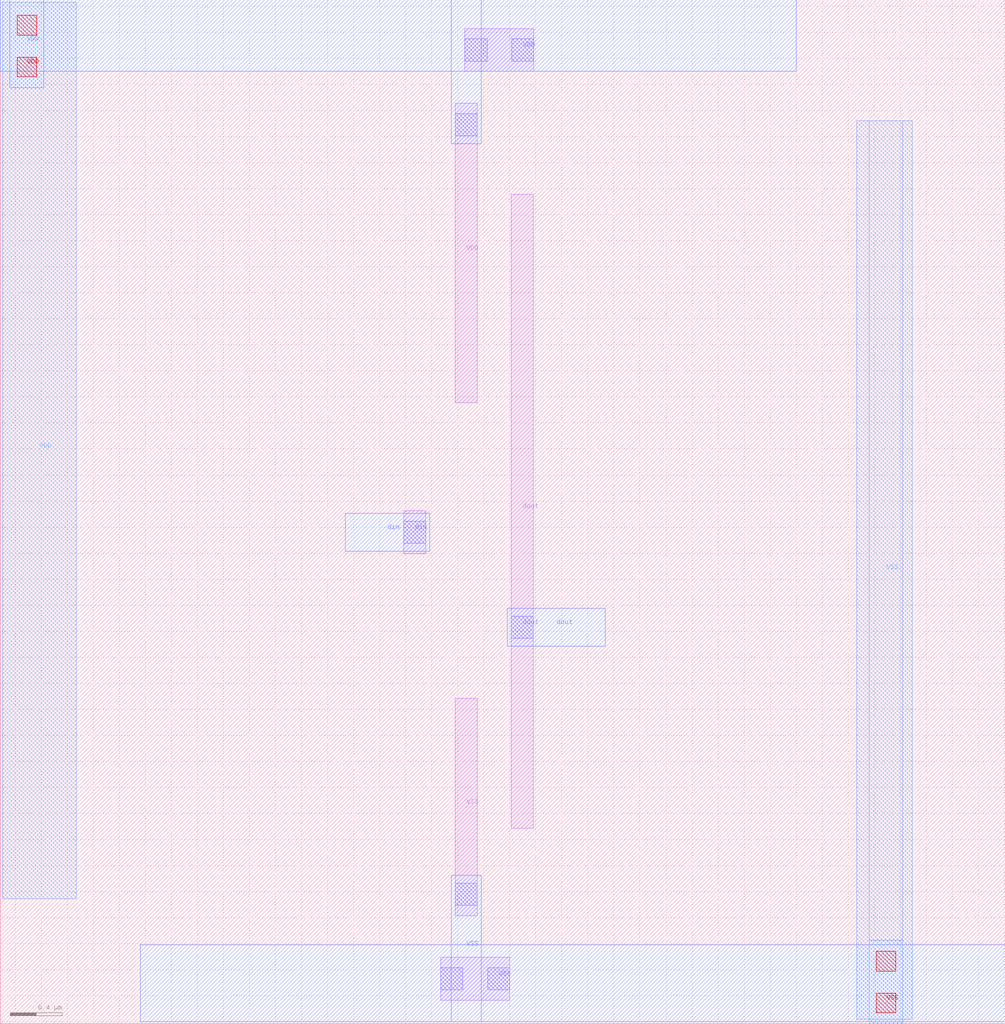
<source format=lef>
VERSION 5.8 ;
BUSBITCHARS "[]" ;
DIVIDERCHAR "/" ;

MACRO inverter
  CLASS BLOCK ;
  ORIGIN 0.915 0.215 ;
  FOREIGN inverter -0.915 -0.215 ;
  SIZE 7.72 BY 7.865 ;
  SYMMETRY X Y ;
  PIN VDD
    DIRECTION INOUT ;
    USE POWER ;
    SHAPE ABUTMENT ;
    PORT
      LAYER met2 ;
        RECT -0.895 0.745 -0.33 7.63 ;
      LAYER li1 ;
        RECT 2.655 7.1 3.185 7.43 ;
        RECT 2.58 4.555 2.75 6.855 ;
      LAYER met1 ;
        RECT -0.915 7.1 5.2 7.65 ;
        RECT 2.55 6.545 2.78 7.65 ;
        RECT -0.84 6.975 -0.58 7.65 ;
      LAYER mcon ;
        RECT 2.58 6.605 2.75 6.775 ;
        RECT 2.655 7.18 2.825 7.35 ;
        RECT 3.015 7.18 3.185 7.35 ;
      LAYER via ;
        RECT -0.785 7.38 -0.635 7.53 ;
        RECT -0.785 7.06 -0.635 7.21 ;
    END
  END VDD
  PIN VSS
    DIRECTION INOUT ;
    USE GROUND ;
    SHAPE ABUTMENT ;
    PORT
      LAYER met2 ;
        RECT 5.665 -0.18 6.09 6.72 ;
        RECT 5.76 -0.215 6.02 6.72 ;
      LAYER li1 ;
        RECT 2.47 -0.035 3 0.295 ;
        RECT 2.58 0.615 2.75 2.285 ;
      LAYER met1 ;
        RECT 0.16 -0.2 6.805 0.39 ;
        RECT 5.76 -0.215 6.02 0.425 ;
        RECT 2.55 -0.2 2.78 0.925 ;
      LAYER mcon ;
        RECT 2.47 0.045 2.64 0.215 ;
        RECT 2.58 0.695 2.75 0.865 ;
        RECT 2.83 0.045 3 0.215 ;
      LAYER via ;
        RECT 5.815 0.19 5.965 0.34 ;
        RECT 5.815 -0.13 5.965 0.02 ;
    END
  END VSS
  PIN din
    DIRECTION INPUT ;
    USE SIGNAL ;
    PORT
      LAYER li1 ;
        RECT 2.185 3.395 2.355 3.725 ;
      LAYER met1 ;
        RECT 1.735 3.415 2.385 3.705 ;
      LAYER mcon ;
        RECT 2.185 3.475 2.355 3.645 ;
    END
  END din
  PIN dout
    DIRECTION OUTPUT ;
    USE SIGNAL ;
    PORT
      LAYER li1 ;
        RECT 3.01 1.285 3.18 6.155 ;
      LAYER met1 ;
        RECT 2.98 2.685 3.735 2.975 ;
      LAYER mcon ;
        RECT 3.01 2.745 3.18 2.915 ;
    END
  END dout
END inverter

MACRO nfet_01v8_CDNS_730310354533
  CLASS CORE ;
  ORIGIN 0.265 0.15 ;
  FOREIGN nfet_01v8_CDNS_730310354533 -0.265 -0.15 ;
  SIZE 0.68 BY 1.3 ;
  SYMMETRY X Y ;
  SITE unithd ;
  OBS
    LAYER li1 ;
      RECT 0.205 0 0.375 1 ;
      RECT -0.225 0 -0.055 1 ;
  END
END nfet_01v8_CDNS_730310354533

MACRO nwellTap_CDNS_730310354531
  CLASS CORE ;
  ORIGIN 0.445 0.385 ;
  FOREIGN nwellTap_CDNS_730310354531 -0.445 -0.385 ;
  SIZE 0.89 BY 0.77 ;
  SYMMETRY X Y ;
  SITE unithd ;
  OBS
    LAYER mcon ;
      RECT 0.095 -0.085 0.265 0.085 ;
      RECT -0.265 -0.085 -0.095 0.085 ;
    LAYER met1 ;
      RECT -0.295 -0.145 0.295 0.145 ;
    LAYER li1 ;
      RECT -0.265 -0.165 0.265 0.165 ;
  END
END nwellTap_CDNS_730310354531

END LIBRARY

</source>
